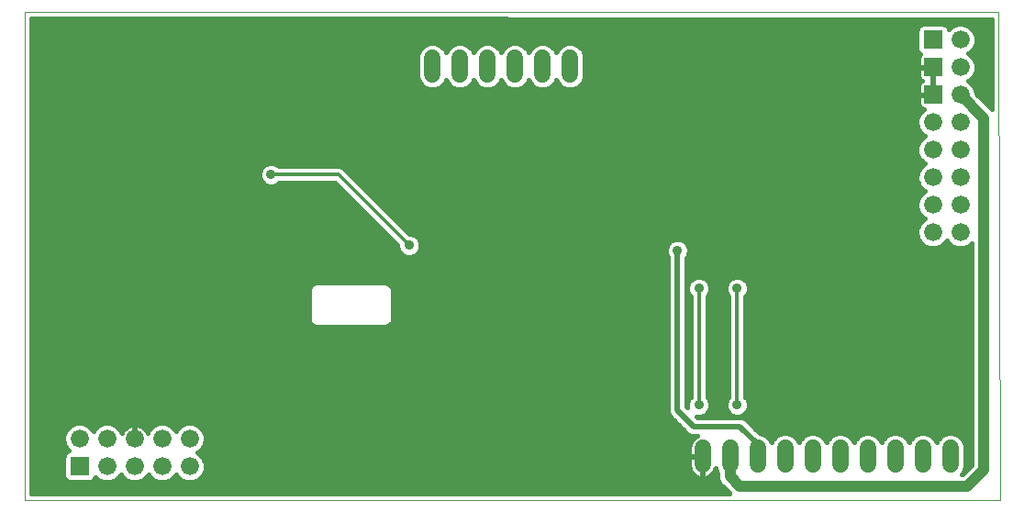
<source format=gbl>
G75*
%MOIN*%
%OFA0B0*%
%FSLAX25Y25*%
%IPPOS*%
%LPD*%
%AMOC8*
5,1,8,0,0,1.08239X$1,22.5*
%
%ADD10C,0.00000*%
%ADD11R,0.06600X0.06600*%
%ADD12C,0.06600*%
%ADD13C,0.06000*%
%ADD14C,0.01600*%
%ADD15C,0.03562*%
%ADD16C,0.01969*%
%ADD17C,0.01181*%
%ADD18C,0.03937*%
D10*
X0021485Y0001800D02*
X0021485Y0178965D01*
X0375186Y0178887D01*
X0375816Y0001800D01*
X0021485Y0001800D01*
D11*
X0041485Y0013926D03*
X0351485Y0148926D03*
X0351485Y0158926D03*
X0351485Y0168926D03*
D12*
X0361485Y0168926D03*
X0361485Y0158926D03*
X0361485Y0148926D03*
X0361485Y0138926D03*
X0351485Y0138926D03*
X0351485Y0128926D03*
X0361485Y0128926D03*
X0361485Y0118926D03*
X0351485Y0118926D03*
X0351485Y0108926D03*
X0361485Y0108926D03*
X0361485Y0098926D03*
X0351485Y0098926D03*
X0081485Y0023926D03*
X0071485Y0023926D03*
X0061485Y0023926D03*
X0051485Y0023926D03*
X0041485Y0023926D03*
X0051485Y0013926D03*
X0061485Y0013926D03*
X0071485Y0013926D03*
X0081485Y0013926D03*
D13*
X0267824Y0014548D02*
X0267824Y0020548D01*
X0277824Y0020548D02*
X0277824Y0014548D01*
X0287824Y0014548D02*
X0287824Y0020548D01*
X0297824Y0020548D02*
X0297824Y0014548D01*
X0307824Y0014548D02*
X0307824Y0020548D01*
X0317824Y0020548D02*
X0317824Y0014548D01*
X0327824Y0014548D02*
X0327824Y0020548D01*
X0337824Y0020548D02*
X0337824Y0014548D01*
X0347824Y0014548D02*
X0347824Y0020548D01*
X0357824Y0020548D02*
X0357824Y0014548D01*
X0219713Y0156280D02*
X0219713Y0162280D01*
X0209713Y0162280D02*
X0209713Y0156280D01*
X0199713Y0156280D02*
X0199713Y0162280D01*
X0189713Y0162280D02*
X0189713Y0156280D01*
X0179713Y0156280D02*
X0179713Y0162280D01*
X0169713Y0162280D02*
X0169713Y0156280D01*
D14*
X0164313Y0156856D02*
X0023885Y0156856D01*
X0023885Y0158454D02*
X0164313Y0158454D01*
X0164313Y0160053D02*
X0023885Y0160053D01*
X0023885Y0161651D02*
X0164313Y0161651D01*
X0164313Y0163250D02*
X0023885Y0163250D01*
X0023885Y0164848D02*
X0164932Y0164848D01*
X0165135Y0165339D02*
X0164313Y0163354D01*
X0164313Y0155206D01*
X0165135Y0153221D01*
X0166655Y0151702D01*
X0168639Y0150880D01*
X0170788Y0150880D01*
X0172772Y0151702D01*
X0174291Y0153221D01*
X0174713Y0154241D01*
X0175135Y0153221D01*
X0176655Y0151702D01*
X0178639Y0150880D01*
X0180788Y0150880D01*
X0182772Y0151702D01*
X0184291Y0153221D01*
X0184713Y0154241D01*
X0185135Y0153221D01*
X0186655Y0151702D01*
X0188639Y0150880D01*
X0190788Y0150880D01*
X0192772Y0151702D01*
X0194291Y0153221D01*
X0194713Y0154241D01*
X0195135Y0153221D01*
X0196655Y0151702D01*
X0198639Y0150880D01*
X0200788Y0150880D01*
X0202772Y0151702D01*
X0204291Y0153221D01*
X0204713Y0154241D01*
X0205135Y0153221D01*
X0206655Y0151702D01*
X0208639Y0150880D01*
X0210788Y0150880D01*
X0212772Y0151702D01*
X0214291Y0153221D01*
X0214713Y0154241D01*
X0215135Y0153221D01*
X0216655Y0151702D01*
X0218639Y0150880D01*
X0220788Y0150880D01*
X0222772Y0151702D01*
X0224291Y0153221D01*
X0225113Y0155206D01*
X0225113Y0163354D01*
X0224291Y0165339D01*
X0222772Y0166858D01*
X0220788Y0167680D01*
X0218639Y0167680D01*
X0216655Y0166858D01*
X0215135Y0165339D01*
X0214713Y0164320D01*
X0214291Y0165339D01*
X0212772Y0166858D01*
X0210788Y0167680D01*
X0208639Y0167680D01*
X0206655Y0166858D01*
X0205135Y0165339D01*
X0204713Y0164320D01*
X0204291Y0165339D01*
X0202772Y0166858D01*
X0200788Y0167680D01*
X0198639Y0167680D01*
X0196655Y0166858D01*
X0195135Y0165339D01*
X0194713Y0164320D01*
X0194291Y0165339D01*
X0192772Y0166858D01*
X0190788Y0167680D01*
X0188639Y0167680D01*
X0186655Y0166858D01*
X0185135Y0165339D01*
X0184713Y0164320D01*
X0184291Y0165339D01*
X0182772Y0166858D01*
X0180788Y0167680D01*
X0178639Y0167680D01*
X0176655Y0166858D01*
X0175135Y0165339D01*
X0174713Y0164320D01*
X0174291Y0165339D01*
X0172772Y0166858D01*
X0170788Y0167680D01*
X0168639Y0167680D01*
X0166655Y0166858D01*
X0165135Y0165339D01*
X0166243Y0166447D02*
X0023885Y0166447D01*
X0023885Y0168045D02*
X0345785Y0168045D01*
X0345785Y0166447D02*
X0223184Y0166447D01*
X0224495Y0164848D02*
X0345909Y0164848D01*
X0345785Y0165149D02*
X0346150Y0164266D01*
X0346826Y0163591D01*
X0346952Y0163539D01*
X0346745Y0163331D01*
X0346508Y0162921D01*
X0346385Y0162463D01*
X0346385Y0159110D01*
X0351301Y0159110D01*
X0351301Y0158742D01*
X0346385Y0158742D01*
X0346385Y0155389D01*
X0346508Y0154931D01*
X0346745Y0154521D01*
X0347080Y0154186D01*
X0347490Y0153949D01*
X0347575Y0153926D01*
X0347490Y0153903D01*
X0347080Y0153666D01*
X0346745Y0153331D01*
X0346508Y0152921D01*
X0346385Y0152463D01*
X0346385Y0149110D01*
X0351301Y0149110D01*
X0351301Y0148742D01*
X0346385Y0148742D01*
X0346385Y0145389D01*
X0346508Y0144931D01*
X0346745Y0144521D01*
X0347080Y0144186D01*
X0347490Y0143949D01*
X0347948Y0143826D01*
X0348420Y0143826D01*
X0348256Y0143758D01*
X0346653Y0142155D01*
X0345785Y0140060D01*
X0345785Y0137792D01*
X0346653Y0135697D01*
X0348256Y0134094D01*
X0348661Y0133926D01*
X0348256Y0133758D01*
X0346653Y0132155D01*
X0345785Y0130060D01*
X0345785Y0127792D01*
X0346653Y0125697D01*
X0348256Y0124094D01*
X0348661Y0123926D01*
X0348256Y0123758D01*
X0346653Y0122155D01*
X0345785Y0120060D01*
X0345785Y0117792D01*
X0346653Y0115697D01*
X0348256Y0114094D01*
X0348661Y0113926D01*
X0348256Y0113758D01*
X0346653Y0112155D01*
X0345785Y0110060D01*
X0345785Y0107792D01*
X0346653Y0105697D01*
X0348256Y0104094D01*
X0348661Y0103926D01*
X0348256Y0103758D01*
X0346653Y0102155D01*
X0345785Y0100060D01*
X0345785Y0097792D01*
X0346653Y0095697D01*
X0348256Y0094094D01*
X0350351Y0093226D01*
X0352619Y0093226D01*
X0354714Y0094094D01*
X0356317Y0095697D01*
X0356485Y0096102D01*
X0356653Y0095697D01*
X0358256Y0094094D01*
X0360351Y0093226D01*
X0362619Y0093226D01*
X0364714Y0094094D01*
X0365542Y0094922D01*
X0365542Y0014436D01*
X0362195Y0011090D01*
X0362002Y0011090D01*
X0362402Y0011489D01*
X0363224Y0013474D01*
X0363224Y0021622D01*
X0362402Y0023607D01*
X0360882Y0025126D01*
X0358898Y0025948D01*
X0356749Y0025948D01*
X0354765Y0025126D01*
X0353246Y0023607D01*
X0352824Y0022588D01*
X0352402Y0023607D01*
X0350882Y0025126D01*
X0348898Y0025948D01*
X0346749Y0025948D01*
X0344765Y0025126D01*
X0343246Y0023607D01*
X0342824Y0022588D01*
X0342402Y0023607D01*
X0340882Y0025126D01*
X0338898Y0025948D01*
X0336749Y0025948D01*
X0334765Y0025126D01*
X0333246Y0023607D01*
X0332824Y0022588D01*
X0332402Y0023607D01*
X0330882Y0025126D01*
X0328898Y0025948D01*
X0326749Y0025948D01*
X0324765Y0025126D01*
X0323246Y0023607D01*
X0322824Y0022588D01*
X0322402Y0023607D01*
X0320882Y0025126D01*
X0318898Y0025948D01*
X0316749Y0025948D01*
X0314765Y0025126D01*
X0313246Y0023607D01*
X0312824Y0022588D01*
X0312402Y0023607D01*
X0310882Y0025126D01*
X0308898Y0025948D01*
X0306749Y0025948D01*
X0304765Y0025126D01*
X0303246Y0023607D01*
X0302824Y0022588D01*
X0302402Y0023607D01*
X0300882Y0025126D01*
X0298898Y0025948D01*
X0296749Y0025948D01*
X0294765Y0025126D01*
X0293246Y0023607D01*
X0292824Y0022588D01*
X0292402Y0023607D01*
X0290882Y0025126D01*
X0288898Y0025948D01*
X0288540Y0025948D01*
X0284197Y0030292D01*
X0283245Y0031244D01*
X0282001Y0031759D01*
X0265997Y0031759D01*
X0265657Y0032099D01*
X0265732Y0032068D01*
X0267395Y0032068D01*
X0268932Y0032704D01*
X0270108Y0033880D01*
X0270745Y0035417D01*
X0270745Y0037080D01*
X0270108Y0038617D01*
X0269554Y0039171D01*
X0269554Y0075649D01*
X0270108Y0076203D01*
X0270745Y0077740D01*
X0270745Y0079403D01*
X0270108Y0080940D01*
X0268932Y0082116D01*
X0267395Y0082753D01*
X0265732Y0082753D01*
X0264195Y0082116D01*
X0263019Y0080940D01*
X0262383Y0079403D01*
X0262383Y0077740D01*
X0263019Y0076203D01*
X0263573Y0075649D01*
X0263573Y0039171D01*
X0263019Y0038617D01*
X0262383Y0037080D01*
X0262383Y0035417D01*
X0262414Y0035343D01*
X0262074Y0035682D01*
X0262074Y0089822D01*
X0262234Y0089983D01*
X0262871Y0091520D01*
X0262871Y0093183D01*
X0262234Y0094720D01*
X0261058Y0095896D01*
X0259521Y0096532D01*
X0257858Y0096532D01*
X0256321Y0095896D01*
X0255145Y0094720D01*
X0254509Y0093183D01*
X0254509Y0091520D01*
X0255145Y0089983D01*
X0255306Y0089822D01*
X0255306Y0033607D01*
X0255821Y0032363D01*
X0256773Y0031411D01*
X0261726Y0026458D01*
X0262678Y0025506D01*
X0263922Y0024991D01*
X0265970Y0024991D01*
X0265308Y0024653D01*
X0264697Y0024209D01*
X0264162Y0023675D01*
X0263718Y0023064D01*
X0263375Y0022391D01*
X0263142Y0021672D01*
X0263024Y0020926D01*
X0263024Y0017748D01*
X0267624Y0017748D01*
X0267624Y0017348D01*
X0268024Y0017348D01*
X0268024Y0009748D01*
X0268201Y0009748D01*
X0268948Y0009866D01*
X0269666Y0010100D01*
X0270339Y0010443D01*
X0270951Y0010887D01*
X0271485Y0011421D01*
X0271929Y0012032D01*
X0272272Y0012705D01*
X0272479Y0013341D01*
X0273246Y0011489D01*
X0273455Y0011280D01*
X0273455Y0009356D01*
X0274120Y0007751D01*
X0277624Y0004247D01*
X0277671Y0004200D01*
X0023885Y0004200D01*
X0023885Y0176565D01*
X0372794Y0176487D01*
X0372911Y0143678D01*
X0367185Y0149404D01*
X0367185Y0150060D01*
X0366317Y0152155D01*
X0364714Y0153758D01*
X0364309Y0153926D01*
X0364714Y0154094D01*
X0366317Y0155697D01*
X0367185Y0157792D01*
X0367185Y0160060D01*
X0366317Y0162155D01*
X0364714Y0163758D01*
X0364309Y0163926D01*
X0364714Y0164094D01*
X0366317Y0165697D01*
X0367185Y0167792D01*
X0367185Y0170060D01*
X0366317Y0172155D01*
X0364714Y0173758D01*
X0362619Y0174626D01*
X0360351Y0174626D01*
X0358256Y0173758D01*
X0357185Y0172687D01*
X0357185Y0172703D01*
X0356820Y0173585D01*
X0356145Y0174261D01*
X0355262Y0174626D01*
X0347708Y0174626D01*
X0346826Y0174261D01*
X0346150Y0173585D01*
X0345785Y0172703D01*
X0345785Y0165149D01*
X0346698Y0163250D02*
X0225113Y0163250D01*
X0225113Y0161651D02*
X0346385Y0161651D01*
X0346385Y0160053D02*
X0225113Y0160053D01*
X0225113Y0158454D02*
X0346385Y0158454D01*
X0346385Y0156856D02*
X0225113Y0156856D01*
X0225113Y0155257D02*
X0346420Y0155257D01*
X0347072Y0153659D02*
X0224472Y0153659D01*
X0223130Y0152060D02*
X0346385Y0152060D01*
X0346385Y0150462D02*
X0023885Y0150462D01*
X0023885Y0152060D02*
X0166297Y0152060D01*
X0164954Y0153659D02*
X0023885Y0153659D01*
X0023885Y0155257D02*
X0164313Y0155257D01*
X0173130Y0152060D02*
X0176297Y0152060D01*
X0174954Y0153659D02*
X0174472Y0153659D01*
X0183130Y0152060D02*
X0186297Y0152060D01*
X0184954Y0153659D02*
X0184472Y0153659D01*
X0193130Y0152060D02*
X0196297Y0152060D01*
X0194954Y0153659D02*
X0194472Y0153659D01*
X0203130Y0152060D02*
X0206297Y0152060D01*
X0204954Y0153659D02*
X0204472Y0153659D01*
X0213130Y0152060D02*
X0216297Y0152060D01*
X0214954Y0153659D02*
X0214472Y0153659D01*
X0214495Y0164848D02*
X0214932Y0164848D01*
X0216243Y0166447D02*
X0213184Y0166447D01*
X0206243Y0166447D02*
X0203184Y0166447D01*
X0204495Y0164848D02*
X0204932Y0164848D01*
X0196243Y0166447D02*
X0193184Y0166447D01*
X0194495Y0164848D02*
X0194932Y0164848D01*
X0186243Y0166447D02*
X0183184Y0166447D01*
X0184495Y0164848D02*
X0184932Y0164848D01*
X0176243Y0166447D02*
X0173184Y0166447D01*
X0174495Y0164848D02*
X0174932Y0164848D01*
X0113420Y0123455D02*
X0111884Y0124091D01*
X0110220Y0124091D01*
X0108684Y0123455D01*
X0107507Y0122279D01*
X0106871Y0120742D01*
X0106871Y0119079D01*
X0107507Y0117542D01*
X0108684Y0116366D01*
X0110220Y0115729D01*
X0111884Y0115729D01*
X0113420Y0116366D01*
X0113974Y0116920D01*
X0134420Y0116920D01*
X0157068Y0094271D01*
X0157068Y0093488D01*
X0157704Y0091951D01*
X0158880Y0090775D01*
X0160417Y0090139D01*
X0162080Y0090139D01*
X0163617Y0090775D01*
X0164793Y0091951D01*
X0165430Y0093488D01*
X0165430Y0095151D01*
X0164793Y0096688D01*
X0163617Y0097864D01*
X0162080Y0098501D01*
X0161297Y0098501D01*
X0137352Y0122445D01*
X0136253Y0122901D01*
X0113974Y0122901D01*
X0113420Y0123455D01*
X0113588Y0123287D02*
X0347785Y0123287D01*
X0347465Y0124885D02*
X0023885Y0124885D01*
X0023885Y0123287D02*
X0108516Y0123287D01*
X0107263Y0121688D02*
X0023885Y0121688D01*
X0023885Y0120090D02*
X0106871Y0120090D01*
X0107114Y0118491D02*
X0023885Y0118491D01*
X0023885Y0116893D02*
X0108156Y0116893D01*
X0113948Y0116893D02*
X0134446Y0116893D01*
X0136045Y0115294D02*
X0023885Y0115294D01*
X0023885Y0113696D02*
X0137643Y0113696D01*
X0139242Y0112097D02*
X0023885Y0112097D01*
X0023885Y0110499D02*
X0140840Y0110499D01*
X0142439Y0108900D02*
X0023885Y0108900D01*
X0023885Y0107302D02*
X0144037Y0107302D01*
X0145636Y0105703D02*
X0023885Y0105703D01*
X0023885Y0104105D02*
X0147234Y0104105D01*
X0148833Y0102506D02*
X0023885Y0102506D01*
X0023885Y0100908D02*
X0150432Y0100908D01*
X0152030Y0099309D02*
X0023885Y0099309D01*
X0023885Y0097711D02*
X0153629Y0097711D01*
X0155227Y0096112D02*
X0023885Y0096112D01*
X0023885Y0094514D02*
X0156826Y0094514D01*
X0157305Y0092915D02*
X0023885Y0092915D01*
X0023885Y0091317D02*
X0158339Y0091317D01*
X0164159Y0091317D02*
X0254593Y0091317D01*
X0254509Y0092915D02*
X0165193Y0092915D01*
X0165430Y0094514D02*
X0255060Y0094514D01*
X0256844Y0096112D02*
X0165032Y0096112D01*
X0163771Y0097711D02*
X0345819Y0097711D01*
X0345785Y0099309D02*
X0160489Y0099309D01*
X0158890Y0100908D02*
X0346136Y0100908D01*
X0347004Y0102506D02*
X0157292Y0102506D01*
X0155693Y0104105D02*
X0348245Y0104105D01*
X0346650Y0105703D02*
X0154095Y0105703D01*
X0152496Y0107302D02*
X0345988Y0107302D01*
X0345785Y0108900D02*
X0150898Y0108900D01*
X0149299Y0110499D02*
X0345967Y0110499D01*
X0346629Y0112097D02*
X0147700Y0112097D01*
X0146102Y0113696D02*
X0348194Y0113696D01*
X0347056Y0115294D02*
X0144503Y0115294D01*
X0142905Y0116893D02*
X0346158Y0116893D01*
X0345785Y0118491D02*
X0141306Y0118491D01*
X0139708Y0120090D02*
X0345797Y0120090D01*
X0346460Y0121688D02*
X0138109Y0121688D01*
X0127189Y0080578D02*
X0126090Y0080123D01*
X0125249Y0079281D01*
X0124794Y0078182D01*
X0124794Y0076993D01*
X0124794Y0068340D01*
X0124794Y0067150D01*
X0125249Y0066051D01*
X0126090Y0065210D01*
X0127189Y0064754D01*
X0152985Y0064754D01*
X0154085Y0065210D01*
X0154926Y0066051D01*
X0155381Y0067150D01*
X0155381Y0078182D01*
X0154926Y0079281D01*
X0154085Y0080123D01*
X0152985Y0080578D01*
X0127189Y0080578D01*
X0126101Y0080127D02*
X0023885Y0080127D01*
X0023885Y0078529D02*
X0124937Y0078529D01*
X0124794Y0076930D02*
X0023885Y0076930D01*
X0023885Y0075332D02*
X0124794Y0075332D01*
X0124794Y0073733D02*
X0023885Y0073733D01*
X0023885Y0072134D02*
X0124794Y0072134D01*
X0124794Y0070536D02*
X0023885Y0070536D01*
X0023885Y0068937D02*
X0124794Y0068937D01*
X0124794Y0067339D02*
X0023885Y0067339D01*
X0023885Y0065740D02*
X0125559Y0065740D01*
X0154615Y0065740D02*
X0255306Y0065740D01*
X0255306Y0064142D02*
X0023885Y0064142D01*
X0023885Y0062543D02*
X0255306Y0062543D01*
X0255306Y0060945D02*
X0023885Y0060945D01*
X0023885Y0059346D02*
X0255306Y0059346D01*
X0255306Y0057748D02*
X0023885Y0057748D01*
X0023885Y0056149D02*
X0255306Y0056149D01*
X0255306Y0054551D02*
X0023885Y0054551D01*
X0023885Y0052952D02*
X0255306Y0052952D01*
X0255306Y0051354D02*
X0023885Y0051354D01*
X0023885Y0049755D02*
X0255306Y0049755D01*
X0255306Y0048157D02*
X0023885Y0048157D01*
X0023885Y0046558D02*
X0255306Y0046558D01*
X0255306Y0044960D02*
X0023885Y0044960D01*
X0023885Y0043361D02*
X0255306Y0043361D01*
X0255306Y0041763D02*
X0023885Y0041763D01*
X0023885Y0040164D02*
X0255306Y0040164D01*
X0255306Y0038566D02*
X0023885Y0038566D01*
X0023885Y0036967D02*
X0255306Y0036967D01*
X0255306Y0035369D02*
X0023885Y0035369D01*
X0023885Y0033770D02*
X0255306Y0033770D01*
X0256012Y0032172D02*
X0023885Y0032172D01*
X0023885Y0030573D02*
X0257611Y0030573D01*
X0256773Y0031411D02*
X0256773Y0031411D01*
X0259209Y0028975D02*
X0084191Y0028975D01*
X0084714Y0028758D02*
X0082619Y0029626D01*
X0080351Y0029626D01*
X0078256Y0028758D01*
X0076653Y0027155D01*
X0076485Y0026750D01*
X0076317Y0027155D01*
X0074714Y0028758D01*
X0072619Y0029626D01*
X0070351Y0029626D01*
X0068256Y0028758D01*
X0066653Y0027155D01*
X0066164Y0025976D01*
X0065847Y0026599D01*
X0065375Y0027248D01*
X0064807Y0027816D01*
X0064158Y0028288D01*
X0063443Y0028652D01*
X0062679Y0028900D01*
X0061886Y0029026D01*
X0061669Y0029026D01*
X0061669Y0024110D01*
X0061301Y0024110D01*
X0061301Y0029026D01*
X0061084Y0029026D01*
X0060291Y0028900D01*
X0059527Y0028652D01*
X0058812Y0028288D01*
X0058163Y0027816D01*
X0057595Y0027248D01*
X0057123Y0026599D01*
X0056806Y0025976D01*
X0056317Y0027155D01*
X0054714Y0028758D01*
X0052619Y0029626D01*
X0050351Y0029626D01*
X0048256Y0028758D01*
X0046653Y0027155D01*
X0046485Y0026750D01*
X0046317Y0027155D01*
X0044714Y0028758D01*
X0042619Y0029626D01*
X0040351Y0029626D01*
X0038256Y0028758D01*
X0036653Y0027155D01*
X0035785Y0025060D01*
X0035785Y0022792D01*
X0036653Y0020697D01*
X0037724Y0019626D01*
X0037708Y0019626D01*
X0036826Y0019261D01*
X0036150Y0018585D01*
X0035785Y0017703D01*
X0035785Y0010149D01*
X0036150Y0009266D01*
X0036826Y0008591D01*
X0037708Y0008226D01*
X0045262Y0008226D01*
X0046145Y0008591D01*
X0046820Y0009266D01*
X0047185Y0010149D01*
X0047185Y0010165D01*
X0048256Y0009094D01*
X0050351Y0008226D01*
X0052619Y0008226D01*
X0054714Y0009094D01*
X0056317Y0010697D01*
X0056485Y0011102D01*
X0056653Y0010697D01*
X0058256Y0009094D01*
X0060351Y0008226D01*
X0062619Y0008226D01*
X0064714Y0009094D01*
X0066317Y0010697D01*
X0066485Y0011102D01*
X0066653Y0010697D01*
X0068256Y0009094D01*
X0070351Y0008226D01*
X0072619Y0008226D01*
X0074714Y0009094D01*
X0076317Y0010697D01*
X0076485Y0011102D01*
X0076653Y0010697D01*
X0078256Y0009094D01*
X0080351Y0008226D01*
X0082619Y0008226D01*
X0084714Y0009094D01*
X0086317Y0010697D01*
X0087185Y0012792D01*
X0087185Y0015060D01*
X0086317Y0017155D01*
X0084714Y0018758D01*
X0084309Y0018926D01*
X0084714Y0019094D01*
X0086317Y0020697D01*
X0087185Y0022792D01*
X0087185Y0025060D01*
X0086317Y0027155D01*
X0084714Y0028758D01*
X0086096Y0027376D02*
X0260808Y0027376D01*
X0261726Y0026458D02*
X0261726Y0026458D01*
X0262406Y0025778D02*
X0086888Y0025778D01*
X0087185Y0024179D02*
X0264667Y0024179D01*
X0263472Y0022581D02*
X0087097Y0022581D01*
X0086435Y0020982D02*
X0263033Y0020982D01*
X0263024Y0019384D02*
X0085004Y0019384D01*
X0085687Y0017785D02*
X0263024Y0017785D01*
X0263024Y0017348D02*
X0263024Y0014170D01*
X0263142Y0013424D01*
X0263375Y0012705D01*
X0263718Y0012032D01*
X0264162Y0011421D01*
X0264697Y0010887D01*
X0265308Y0010443D01*
X0265981Y0010100D01*
X0266700Y0009866D01*
X0267446Y0009748D01*
X0267624Y0009748D01*
X0267624Y0017348D01*
X0263024Y0017348D01*
X0263024Y0016187D02*
X0086718Y0016187D01*
X0087185Y0014588D02*
X0263024Y0014588D01*
X0263283Y0012990D02*
X0087185Y0012990D01*
X0086605Y0011391D02*
X0264192Y0011391D01*
X0267165Y0009793D02*
X0085413Y0009793D01*
X0077557Y0009793D02*
X0075413Y0009793D01*
X0067557Y0009793D02*
X0065413Y0009793D01*
X0057557Y0009793D02*
X0055413Y0009793D01*
X0047557Y0009793D02*
X0047038Y0009793D01*
X0035933Y0009793D02*
X0023885Y0009793D01*
X0023885Y0011391D02*
X0035785Y0011391D01*
X0035785Y0012990D02*
X0023885Y0012990D01*
X0023885Y0014588D02*
X0035785Y0014588D01*
X0035785Y0016187D02*
X0023885Y0016187D01*
X0023885Y0017785D02*
X0035819Y0017785D01*
X0037123Y0019384D02*
X0023885Y0019384D01*
X0023885Y0020982D02*
X0036535Y0020982D01*
X0035873Y0022581D02*
X0023885Y0022581D01*
X0023885Y0024179D02*
X0035785Y0024179D01*
X0036082Y0025778D02*
X0023885Y0025778D01*
X0023885Y0027376D02*
X0036874Y0027376D01*
X0038779Y0028975D02*
X0023885Y0028975D01*
X0044191Y0028975D02*
X0048779Y0028975D01*
X0046874Y0027376D02*
X0046096Y0027376D01*
X0054191Y0028975D02*
X0060760Y0028975D01*
X0061301Y0028975D02*
X0061669Y0028975D01*
X0062210Y0028975D02*
X0068779Y0028975D01*
X0066874Y0027376D02*
X0065247Y0027376D01*
X0061669Y0027376D02*
X0061301Y0027376D01*
X0061301Y0025778D02*
X0061669Y0025778D01*
X0061669Y0024179D02*
X0061301Y0024179D01*
X0057723Y0027376D02*
X0056096Y0027376D01*
X0074191Y0028975D02*
X0078779Y0028975D01*
X0076874Y0027376D02*
X0076096Y0027376D01*
X0023885Y0008194D02*
X0273937Y0008194D01*
X0273455Y0009793D02*
X0268482Y0009793D01*
X0268024Y0009793D02*
X0267624Y0009793D01*
X0267624Y0011391D02*
X0268024Y0011391D01*
X0268024Y0012990D02*
X0267624Y0012990D01*
X0267624Y0014588D02*
X0268024Y0014588D01*
X0268024Y0016187D02*
X0267624Y0016187D01*
X0272364Y0012990D02*
X0272624Y0012990D01*
X0273344Y0011391D02*
X0271455Y0011391D01*
X0275275Y0006596D02*
X0023885Y0006596D01*
X0023885Y0004997D02*
X0276874Y0004997D01*
X0291829Y0024179D02*
X0293818Y0024179D01*
X0296338Y0025778D02*
X0289309Y0025778D01*
X0287112Y0027376D02*
X0365542Y0027376D01*
X0365542Y0025778D02*
X0359309Y0025778D01*
X0356338Y0025778D02*
X0349309Y0025778D01*
X0346338Y0025778D02*
X0339309Y0025778D01*
X0336338Y0025778D02*
X0329309Y0025778D01*
X0326338Y0025778D02*
X0319309Y0025778D01*
X0316338Y0025778D02*
X0309309Y0025778D01*
X0306338Y0025778D02*
X0299309Y0025778D01*
X0301829Y0024179D02*
X0303818Y0024179D01*
X0311829Y0024179D02*
X0313818Y0024179D01*
X0321829Y0024179D02*
X0323818Y0024179D01*
X0331829Y0024179D02*
X0333818Y0024179D01*
X0341829Y0024179D02*
X0343818Y0024179D01*
X0351829Y0024179D02*
X0353818Y0024179D01*
X0361829Y0024179D02*
X0365542Y0024179D01*
X0365542Y0022581D02*
X0362827Y0022581D01*
X0363224Y0020982D02*
X0365542Y0020982D01*
X0365542Y0019384D02*
X0363224Y0019384D01*
X0363224Y0017785D02*
X0365542Y0017785D01*
X0365542Y0016187D02*
X0363224Y0016187D01*
X0363224Y0014588D02*
X0365542Y0014588D01*
X0364095Y0012990D02*
X0363023Y0012990D01*
X0362497Y0011391D02*
X0362303Y0011391D01*
X0365542Y0028975D02*
X0285514Y0028975D01*
X0283915Y0030573D02*
X0365542Y0030573D01*
X0365542Y0032172D02*
X0281426Y0032172D01*
X0281175Y0032068D02*
X0282712Y0032704D01*
X0283888Y0033880D01*
X0284524Y0035417D01*
X0284524Y0037080D01*
X0283888Y0038617D01*
X0283334Y0039171D01*
X0283334Y0075649D01*
X0283888Y0076203D01*
X0284524Y0077740D01*
X0284524Y0079403D01*
X0283888Y0080940D01*
X0282712Y0082116D01*
X0281175Y0082753D01*
X0279512Y0082753D01*
X0277975Y0082116D01*
X0276799Y0080940D01*
X0276162Y0079403D01*
X0276162Y0077740D01*
X0276799Y0076203D01*
X0277353Y0075649D01*
X0277353Y0039171D01*
X0276799Y0038617D01*
X0276162Y0037080D01*
X0276162Y0035417D01*
X0276799Y0033880D01*
X0277975Y0032704D01*
X0279512Y0032068D01*
X0281175Y0032068D01*
X0279261Y0032172D02*
X0267647Y0032172D01*
X0269998Y0033770D02*
X0276909Y0033770D01*
X0276182Y0035369D02*
X0270725Y0035369D01*
X0270745Y0036967D02*
X0276162Y0036967D01*
X0276777Y0038566D02*
X0270130Y0038566D01*
X0269554Y0040164D02*
X0277353Y0040164D01*
X0277353Y0041763D02*
X0269554Y0041763D01*
X0269554Y0043361D02*
X0277353Y0043361D01*
X0277353Y0044960D02*
X0269554Y0044960D01*
X0269554Y0046558D02*
X0277353Y0046558D01*
X0277353Y0048157D02*
X0269554Y0048157D01*
X0269554Y0049755D02*
X0277353Y0049755D01*
X0277353Y0051354D02*
X0269554Y0051354D01*
X0269554Y0052952D02*
X0277353Y0052952D01*
X0277353Y0054551D02*
X0269554Y0054551D01*
X0269554Y0056149D02*
X0277353Y0056149D01*
X0277353Y0057748D02*
X0269554Y0057748D01*
X0269554Y0059346D02*
X0277353Y0059346D01*
X0277353Y0060945D02*
X0269554Y0060945D01*
X0269554Y0062543D02*
X0277353Y0062543D01*
X0277353Y0064142D02*
X0269554Y0064142D01*
X0269554Y0065740D02*
X0277353Y0065740D01*
X0277353Y0067339D02*
X0269554Y0067339D01*
X0269554Y0068937D02*
X0277353Y0068937D01*
X0277353Y0070536D02*
X0269554Y0070536D01*
X0269554Y0072134D02*
X0277353Y0072134D01*
X0277353Y0073733D02*
X0269554Y0073733D01*
X0269554Y0075332D02*
X0277353Y0075332D01*
X0276498Y0076930D02*
X0270409Y0076930D01*
X0270745Y0078529D02*
X0276162Y0078529D01*
X0276462Y0080127D02*
X0270445Y0080127D01*
X0269323Y0081726D02*
X0277584Y0081726D01*
X0283102Y0081726D02*
X0365542Y0081726D01*
X0365542Y0083324D02*
X0262074Y0083324D01*
X0262074Y0081726D02*
X0263805Y0081726D01*
X0262682Y0080127D02*
X0262074Y0080127D01*
X0262074Y0078529D02*
X0262383Y0078529D01*
X0262074Y0076930D02*
X0262718Y0076930D01*
X0262074Y0075332D02*
X0263573Y0075332D01*
X0263573Y0073733D02*
X0262074Y0073733D01*
X0262074Y0072134D02*
X0263573Y0072134D01*
X0263573Y0070536D02*
X0262074Y0070536D01*
X0262074Y0068937D02*
X0263573Y0068937D01*
X0263573Y0067339D02*
X0262074Y0067339D01*
X0262074Y0065740D02*
X0263573Y0065740D01*
X0263573Y0064142D02*
X0262074Y0064142D01*
X0262074Y0062543D02*
X0263573Y0062543D01*
X0263573Y0060945D02*
X0262074Y0060945D01*
X0262074Y0059346D02*
X0263573Y0059346D01*
X0263573Y0057748D02*
X0262074Y0057748D01*
X0262074Y0056149D02*
X0263573Y0056149D01*
X0263573Y0054551D02*
X0262074Y0054551D01*
X0262074Y0052952D02*
X0263573Y0052952D01*
X0263573Y0051354D02*
X0262074Y0051354D01*
X0262074Y0049755D02*
X0263573Y0049755D01*
X0263573Y0048157D02*
X0262074Y0048157D01*
X0262074Y0046558D02*
X0263573Y0046558D01*
X0263573Y0044960D02*
X0262074Y0044960D01*
X0262074Y0043361D02*
X0263573Y0043361D01*
X0263573Y0041763D02*
X0262074Y0041763D01*
X0262074Y0040164D02*
X0263573Y0040164D01*
X0262998Y0038566D02*
X0262074Y0038566D01*
X0262074Y0036967D02*
X0262383Y0036967D01*
X0262387Y0035369D02*
X0262403Y0035369D01*
X0283778Y0033770D02*
X0365542Y0033770D01*
X0365542Y0035369D02*
X0284504Y0035369D01*
X0284524Y0036967D02*
X0365542Y0036967D01*
X0365542Y0038566D02*
X0283909Y0038566D01*
X0283334Y0040164D02*
X0365542Y0040164D01*
X0365542Y0041763D02*
X0283334Y0041763D01*
X0283334Y0043361D02*
X0365542Y0043361D01*
X0365542Y0044960D02*
X0283334Y0044960D01*
X0283334Y0046558D02*
X0365542Y0046558D01*
X0365542Y0048157D02*
X0283334Y0048157D01*
X0283334Y0049755D02*
X0365542Y0049755D01*
X0365542Y0051354D02*
X0283334Y0051354D01*
X0283334Y0052952D02*
X0365542Y0052952D01*
X0365542Y0054551D02*
X0283334Y0054551D01*
X0283334Y0056149D02*
X0365542Y0056149D01*
X0365542Y0057748D02*
X0283334Y0057748D01*
X0283334Y0059346D02*
X0365542Y0059346D01*
X0365542Y0060945D02*
X0283334Y0060945D01*
X0283334Y0062543D02*
X0365542Y0062543D01*
X0365542Y0064142D02*
X0283334Y0064142D01*
X0283334Y0065740D02*
X0365542Y0065740D01*
X0365542Y0067339D02*
X0283334Y0067339D01*
X0283334Y0068937D02*
X0365542Y0068937D01*
X0365542Y0070536D02*
X0283334Y0070536D01*
X0283334Y0072134D02*
X0365542Y0072134D01*
X0365542Y0073733D02*
X0283334Y0073733D01*
X0283334Y0075332D02*
X0365542Y0075332D01*
X0365542Y0076930D02*
X0284189Y0076930D01*
X0284524Y0078529D02*
X0365542Y0078529D01*
X0365542Y0080127D02*
X0284225Y0080127D01*
X0262074Y0084923D02*
X0365542Y0084923D01*
X0365542Y0086521D02*
X0262074Y0086521D01*
X0262074Y0088120D02*
X0365542Y0088120D01*
X0365542Y0089718D02*
X0262074Y0089718D01*
X0262787Y0091317D02*
X0365542Y0091317D01*
X0365542Y0092915D02*
X0262871Y0092915D01*
X0262320Y0094514D02*
X0347836Y0094514D01*
X0346481Y0096112D02*
X0260536Y0096112D01*
X0255306Y0089718D02*
X0023885Y0089718D01*
X0023885Y0088120D02*
X0255306Y0088120D01*
X0255306Y0086521D02*
X0023885Y0086521D01*
X0023885Y0084923D02*
X0255306Y0084923D01*
X0255306Y0083324D02*
X0023885Y0083324D01*
X0023885Y0081726D02*
X0255306Y0081726D01*
X0255306Y0080127D02*
X0154074Y0080127D01*
X0155238Y0078529D02*
X0255306Y0078529D01*
X0255306Y0076930D02*
X0155381Y0076930D01*
X0155381Y0075332D02*
X0255306Y0075332D01*
X0255306Y0073733D02*
X0155381Y0073733D01*
X0155381Y0072134D02*
X0255306Y0072134D01*
X0255306Y0070536D02*
X0155381Y0070536D01*
X0155381Y0068937D02*
X0255306Y0068937D01*
X0255306Y0067339D02*
X0155381Y0067339D01*
X0023885Y0126484D02*
X0346327Y0126484D01*
X0345785Y0128082D02*
X0023885Y0128082D01*
X0023885Y0129681D02*
X0345785Y0129681D01*
X0346290Y0131279D02*
X0023885Y0131279D01*
X0023885Y0132878D02*
X0347376Y0132878D01*
X0347874Y0134476D02*
X0023885Y0134476D01*
X0023885Y0136075D02*
X0346496Y0136075D01*
X0345834Y0137673D02*
X0023885Y0137673D01*
X0023885Y0139272D02*
X0345785Y0139272D01*
X0346121Y0140870D02*
X0023885Y0140870D01*
X0023885Y0142469D02*
X0346967Y0142469D01*
X0347284Y0144068D02*
X0023885Y0144068D01*
X0023885Y0145666D02*
X0346385Y0145666D01*
X0346385Y0147265D02*
X0023885Y0147265D01*
X0023885Y0148863D02*
X0351301Y0148863D01*
X0351301Y0149110D02*
X0351301Y0158742D01*
X0351669Y0158742D01*
X0351669Y0153826D01*
X0351669Y0149110D01*
X0351301Y0149110D01*
X0351301Y0150462D02*
X0351669Y0150462D01*
X0351669Y0152060D02*
X0351301Y0152060D01*
X0351301Y0153659D02*
X0351669Y0153659D01*
X0351669Y0155257D02*
X0351301Y0155257D01*
X0351301Y0156856D02*
X0351669Y0156856D01*
X0351669Y0158454D02*
X0351301Y0158454D01*
X0364813Y0153659D02*
X0372876Y0153659D01*
X0372870Y0155257D02*
X0365877Y0155257D01*
X0366797Y0156856D02*
X0372864Y0156856D01*
X0372858Y0158454D02*
X0367185Y0158454D01*
X0367185Y0160053D02*
X0372853Y0160053D01*
X0372847Y0161651D02*
X0366526Y0161651D01*
X0365222Y0163250D02*
X0372841Y0163250D01*
X0372836Y0164848D02*
X0365468Y0164848D01*
X0366628Y0166447D02*
X0372830Y0166447D01*
X0372824Y0168045D02*
X0367185Y0168045D01*
X0367185Y0169644D02*
X0372819Y0169644D01*
X0372813Y0171242D02*
X0366695Y0171242D01*
X0365631Y0172841D02*
X0372807Y0172841D01*
X0372802Y0174439D02*
X0363070Y0174439D01*
X0359900Y0174439D02*
X0355713Y0174439D01*
X0357128Y0172841D02*
X0357339Y0172841D01*
X0347257Y0174439D02*
X0023885Y0174439D01*
X0023885Y0172841D02*
X0345842Y0172841D01*
X0345785Y0171242D02*
X0023885Y0171242D01*
X0023885Y0169644D02*
X0345785Y0169644D01*
X0372796Y0176038D02*
X0023885Y0176038D01*
X0355134Y0094514D02*
X0357836Y0094514D01*
X0365134Y0094514D02*
X0365542Y0094514D01*
X0372521Y0144068D02*
X0372910Y0144068D01*
X0372904Y0145666D02*
X0370923Y0145666D01*
X0369324Y0147265D02*
X0372898Y0147265D01*
X0372893Y0148863D02*
X0367726Y0148863D01*
X0367019Y0150462D02*
X0372887Y0150462D01*
X0372881Y0152060D02*
X0366356Y0152060D01*
D15*
X0339398Y0159280D03*
X0339398Y0142548D03*
X0320698Y0113020D03*
X0319713Y0088414D03*
X0280343Y0078572D03*
X0266564Y0078572D03*
X0250816Y0085461D03*
X0258690Y0092351D03*
X0214398Y0106131D03*
X0184871Y0106131D03*
X0161249Y0094320D03*
X0140580Y0091367D03*
X0166170Y0081524D03*
X0183887Y0076603D03*
X0214398Y0077587D03*
X0232115Y0059871D03*
X0251800Y0058887D03*
X0273454Y0059871D03*
X0292154Y0059871D03*
X0310855Y0059871D03*
X0280343Y0036249D03*
X0291170Y0032312D03*
X0266564Y0036249D03*
X0253769Y0018532D03*
X0231131Y0018532D03*
X0209477Y0032312D03*
X0177981Y0046091D03*
X0148454Y0052981D03*
X0119910Y0072666D03*
X0080540Y0083493D03*
X0051013Y0087430D03*
X0051013Y0112036D03*
X0080540Y0135658D03*
X0099241Y0125816D03*
X0111052Y0119910D03*
X0118926Y0112036D03*
X0131721Y0125816D03*
X0086446Y0146485D03*
X0046091Y0164202D03*
X0127784Y0160265D03*
X0152391Y0159280D03*
X0255737Y0156328D03*
X0279359Y0143532D03*
X0254753Y0128769D03*
X0364989Y0088414D03*
X0364989Y0070698D03*
X0126800Y0032312D03*
X0063808Y0033296D03*
D16*
X0258690Y0034280D02*
X0258690Y0092351D01*
X0258690Y0034280D02*
X0264595Y0028375D01*
X0281328Y0028375D01*
X0287824Y0021879D01*
X0287824Y0017548D01*
D17*
X0280343Y0036249D02*
X0280343Y0078572D01*
X0266564Y0078572D02*
X0266564Y0036249D01*
X0161249Y0094320D02*
X0135658Y0119910D01*
X0111052Y0119910D01*
D18*
X0277824Y0017548D02*
X0277824Y0010225D01*
X0281328Y0006721D01*
X0364005Y0006721D01*
X0369910Y0012627D01*
X0369910Y0140501D01*
X0361485Y0148926D01*
M02*

</source>
